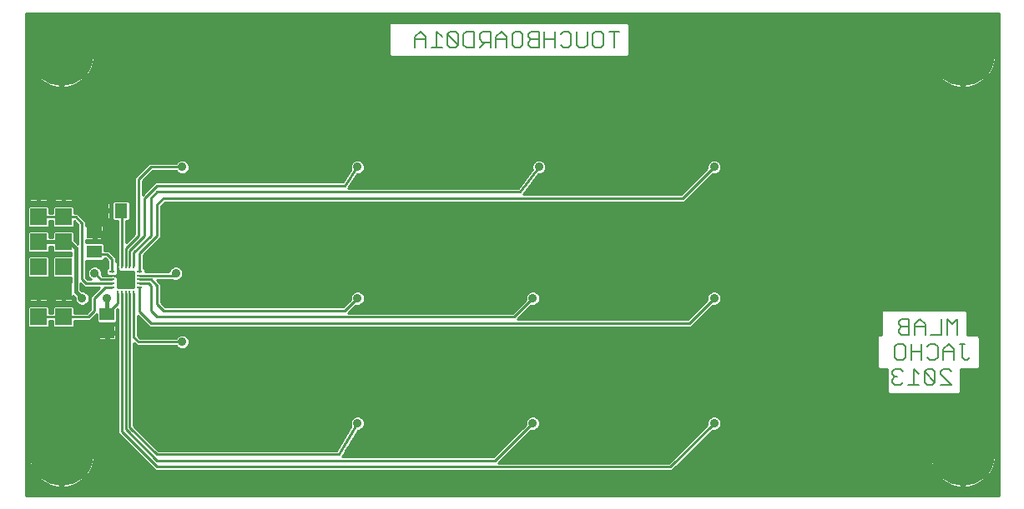
<source format=gbr>
G75*
G70*
%OFA0B0*%
%FSLAX24Y24*%
%IPPOS*%
%LPD*%
%AMOC8*
5,1,8,0,0,1.08239X$1,22.5*
%
%ADD10C,0.0060*%
%ADD11R,0.0079X0.0236*%
%ADD12R,0.0236X0.0079*%
%ADD13R,0.0591X0.0512*%
%ADD14R,0.0512X0.0591*%
%ADD15R,0.0650X0.0650*%
%ADD16C,0.2540*%
%ADD17C,0.0100*%
%ADD18C,0.0357*%
%ADD19C,0.0160*%
D10*
X035009Y005037D02*
X035116Y004930D01*
X035330Y004930D01*
X035436Y005037D01*
X035654Y004930D02*
X036081Y004930D01*
X035867Y004930D02*
X035867Y005571D01*
X036081Y005357D01*
X036298Y005464D02*
X036725Y005037D01*
X036619Y004930D01*
X036405Y004930D01*
X036298Y005037D01*
X036298Y005464D01*
X036405Y005571D01*
X036619Y005571D01*
X036725Y005464D01*
X036725Y005037D01*
X036943Y004930D02*
X037370Y004930D01*
X036943Y005357D01*
X036943Y005464D01*
X037050Y005571D01*
X037263Y005571D01*
X037370Y005464D01*
X037475Y005930D02*
X037475Y006357D01*
X037262Y006571D01*
X037048Y006357D01*
X037048Y005930D01*
X036831Y006037D02*
X036724Y005930D01*
X036511Y005930D01*
X036404Y006037D01*
X036186Y005930D02*
X036186Y006571D01*
X036404Y006464D02*
X036511Y006571D01*
X036724Y006571D01*
X036831Y006464D01*
X036831Y006037D01*
X037048Y006250D02*
X037475Y006250D01*
X037800Y006037D02*
X037800Y006571D01*
X037906Y006571D02*
X037693Y006571D01*
X037620Y006930D02*
X037620Y007571D01*
X037406Y007357D01*
X037193Y007571D01*
X037193Y006930D01*
X036975Y006930D02*
X036548Y006930D01*
X036331Y006930D02*
X036331Y007357D01*
X036117Y007571D01*
X035904Y007357D01*
X035904Y006930D01*
X035686Y006930D02*
X035366Y006930D01*
X035259Y007037D01*
X035259Y007144D01*
X035366Y007250D01*
X035686Y007250D01*
X035904Y007250D02*
X036331Y007250D01*
X035686Y006930D02*
X035686Y007571D01*
X035366Y007571D01*
X035259Y007464D01*
X035259Y007357D01*
X035366Y007250D01*
X035435Y006571D02*
X035222Y006571D01*
X035115Y006464D01*
X035115Y006037D01*
X035222Y005930D01*
X035435Y005930D01*
X035542Y006037D01*
X035542Y006464D01*
X035435Y006571D01*
X035759Y006571D02*
X035759Y005930D01*
X035759Y006250D02*
X036186Y006250D01*
X035436Y005464D02*
X035330Y005571D01*
X035116Y005571D01*
X035009Y005464D01*
X035009Y005357D01*
X035116Y005250D01*
X035009Y005144D01*
X035009Y005037D01*
X035116Y005250D02*
X035223Y005250D01*
X037800Y006037D02*
X037906Y005930D01*
X038013Y005930D01*
X038120Y006037D01*
X036975Y006930D02*
X036975Y007571D01*
X023906Y018430D02*
X023906Y019071D01*
X023693Y019071D02*
X024120Y019071D01*
X023475Y018964D02*
X023475Y018537D01*
X023369Y018430D01*
X023155Y018430D01*
X023048Y018537D01*
X023048Y018964D01*
X023155Y019071D01*
X023369Y019071D01*
X023475Y018964D01*
X022831Y019071D02*
X022831Y018537D01*
X022724Y018430D01*
X022511Y018430D01*
X022404Y018537D01*
X022404Y019071D01*
X022186Y018964D02*
X022186Y018537D01*
X022080Y018430D01*
X021866Y018430D01*
X021759Y018537D01*
X021542Y018430D02*
X021542Y019071D01*
X021759Y018964D02*
X021866Y019071D01*
X022080Y019071D01*
X022186Y018964D01*
X021542Y018750D02*
X021115Y018750D01*
X020897Y018750D02*
X020577Y018750D01*
X020470Y018644D01*
X020470Y018537D01*
X020577Y018430D01*
X020897Y018430D01*
X020897Y019071D01*
X020577Y019071D01*
X020470Y018964D01*
X020470Y018857D01*
X020577Y018750D01*
X020253Y018537D02*
X020146Y018430D01*
X019932Y018430D01*
X019826Y018537D01*
X019826Y018964D01*
X019932Y019071D01*
X020146Y019071D01*
X020253Y018964D01*
X020253Y018537D01*
X019608Y018430D02*
X019608Y018857D01*
X019395Y019071D01*
X019181Y018857D01*
X019181Y018430D01*
X018964Y018430D02*
X018964Y019071D01*
X018643Y019071D01*
X018537Y018964D01*
X018537Y018750D01*
X018643Y018644D01*
X018964Y018644D01*
X018750Y018644D02*
X018537Y018430D01*
X018319Y018430D02*
X017999Y018430D01*
X017892Y018537D01*
X017892Y018964D01*
X017999Y019071D01*
X018319Y019071D01*
X018319Y018430D01*
X017675Y018537D02*
X017568Y018430D01*
X017354Y018430D01*
X017247Y018537D01*
X017247Y018964D01*
X017675Y018537D01*
X017675Y018964D01*
X017568Y019071D01*
X017354Y019071D01*
X017247Y018964D01*
X017030Y018857D02*
X016816Y019071D01*
X016816Y018430D01*
X016603Y018430D02*
X017030Y018430D01*
X016385Y018430D02*
X016385Y018857D01*
X016172Y019071D01*
X015958Y018857D01*
X015958Y018430D01*
X015958Y018750D02*
X016385Y018750D01*
X019181Y018750D02*
X019608Y018750D01*
X021115Y019071D02*
X021115Y018430D01*
D11*
X004715Y009701D03*
X004557Y009701D03*
X004400Y009701D03*
X004243Y009701D03*
X004085Y009701D03*
X004085Y008599D03*
X004243Y008599D03*
X004400Y008599D03*
X004557Y008599D03*
X004715Y008599D03*
D12*
X004951Y008835D03*
X004951Y008993D03*
X004951Y009150D03*
X004951Y009307D03*
X004951Y009465D03*
X003849Y009465D03*
X003849Y009307D03*
X003849Y009150D03*
X003849Y008993D03*
X003849Y008835D03*
D13*
X003650Y007774D03*
X003650Y007026D03*
X003150Y010276D03*
X003150Y011024D03*
D14*
X003476Y011900D03*
X004224Y011900D03*
D15*
X001900Y011650D03*
X000900Y011650D03*
X000900Y010650D03*
X001900Y010650D03*
X001900Y009650D03*
X000900Y009650D03*
X000900Y008650D03*
X001900Y008650D03*
X001900Y007650D03*
X000900Y007650D03*
X000900Y012650D03*
X001900Y012650D03*
D16*
X001835Y018150D03*
X001835Y002150D03*
X037835Y002150D03*
X037835Y018150D03*
D17*
X000400Y019800D02*
X000400Y000500D01*
X039270Y000500D01*
X039270Y019800D01*
X000400Y019800D01*
X000400Y019752D02*
X039270Y019752D01*
X039270Y019653D02*
X000400Y019653D01*
X000400Y019555D02*
X039270Y019555D01*
X039270Y019456D02*
X038035Y019456D01*
X038029Y019457D02*
X037900Y019470D01*
X037885Y019470D01*
X037885Y018200D01*
X037785Y018200D01*
X037785Y018100D01*
X036515Y018100D01*
X036515Y018085D01*
X036528Y017956D01*
X036553Y017829D01*
X036591Y017705D01*
X036640Y017585D01*
X036701Y017471D01*
X036774Y017363D01*
X036856Y017262D01*
X036948Y017171D01*
X037048Y017088D01*
X037156Y017016D01*
X037270Y016955D01*
X037390Y016906D01*
X037514Y016868D01*
X037641Y016843D01*
X037770Y016830D01*
X037785Y016830D01*
X037785Y018100D01*
X037885Y018100D01*
X037885Y016830D01*
X037900Y016830D01*
X038029Y016843D01*
X038156Y016868D01*
X038280Y016906D01*
X038400Y016955D01*
X038514Y017016D01*
X038622Y017088D01*
X038723Y017171D01*
X038814Y017262D01*
X038897Y017363D01*
X038969Y017471D01*
X039030Y017585D01*
X039079Y017705D01*
X039117Y017829D01*
X039142Y017956D01*
X039155Y018085D01*
X039155Y018100D01*
X037885Y018100D01*
X037885Y018200D01*
X039155Y018200D01*
X039155Y018215D01*
X039142Y018344D01*
X039117Y018471D01*
X039270Y018471D01*
X039270Y018373D02*
X039137Y018373D01*
X039149Y018274D02*
X039270Y018274D01*
X039270Y018176D02*
X037885Y018176D01*
X037885Y018274D02*
X037785Y018274D01*
X037785Y018200D02*
X037785Y019470D01*
X037770Y019470D01*
X037641Y019457D01*
X037514Y019432D01*
X037390Y019394D01*
X037270Y019345D01*
X037156Y019284D01*
X037048Y019212D01*
X036948Y019129D01*
X036856Y019038D01*
X036774Y018937D01*
X036701Y018829D01*
X036640Y018715D01*
X036591Y018595D01*
X036553Y018471D01*
X024493Y018471D01*
X024493Y018373D02*
X036533Y018373D01*
X036528Y018344D02*
X036515Y018215D01*
X036515Y018200D01*
X037785Y018200D01*
X037785Y018176D02*
X024493Y018176D01*
X024493Y018158D02*
X024493Y019342D01*
X024491Y019359D01*
X024485Y019376D01*
X024477Y019391D01*
X024467Y019405D01*
X024455Y019417D01*
X024441Y019427D01*
X024426Y019435D01*
X024409Y019441D01*
X024392Y019443D01*
X015014Y019443D01*
X014997Y019441D01*
X014980Y019435D01*
X014965Y019427D01*
X014951Y019417D01*
X014939Y019405D01*
X014928Y019391D01*
X014920Y019376D01*
X014915Y019359D01*
X014912Y019342D01*
X014912Y018158D01*
X014915Y018141D01*
X014920Y018124D01*
X014928Y018109D01*
X014939Y018095D01*
X014951Y018083D01*
X014965Y018073D01*
X014980Y018065D01*
X014997Y018059D01*
X015014Y018057D01*
X024392Y018057D01*
X024409Y018059D01*
X024426Y018065D01*
X024441Y018073D01*
X024455Y018083D01*
X024467Y018095D01*
X024477Y018109D01*
X024485Y018124D01*
X024491Y018141D01*
X024493Y018158D01*
X024447Y018077D02*
X036516Y018077D01*
X036526Y017979D02*
X003145Y017979D01*
X003142Y017956D02*
X003155Y018085D01*
X003155Y018100D01*
X001885Y018100D01*
X001885Y016830D01*
X001900Y016830D01*
X002029Y016843D01*
X002156Y016868D01*
X002280Y016906D01*
X002400Y016955D01*
X002514Y017016D01*
X002622Y017088D01*
X002723Y017171D01*
X002814Y017262D01*
X002897Y017363D01*
X002969Y017471D01*
X003030Y017585D01*
X003079Y017705D01*
X003117Y017829D01*
X003142Y017956D01*
X003127Y017880D02*
X036543Y017880D01*
X036567Y017782D02*
X003103Y017782D01*
X003070Y017683D02*
X036600Y017683D01*
X036641Y017585D02*
X003030Y017585D01*
X002977Y017486D02*
X036693Y017486D01*
X036757Y017388D02*
X002913Y017388D01*
X002836Y017289D02*
X036834Y017289D01*
X036928Y017191D02*
X002742Y017191D01*
X002627Y017092D02*
X037043Y017092D01*
X037198Y016994D02*
X002472Y016994D01*
X002245Y016895D02*
X037425Y016895D01*
X037785Y016895D02*
X037885Y016895D01*
X037885Y016994D02*
X037785Y016994D01*
X037785Y017092D02*
X037885Y017092D01*
X037885Y017191D02*
X037785Y017191D01*
X037785Y017289D02*
X037885Y017289D01*
X037885Y017388D02*
X037785Y017388D01*
X037785Y017486D02*
X037885Y017486D01*
X037885Y017585D02*
X037785Y017585D01*
X037785Y017683D02*
X037885Y017683D01*
X037885Y017782D02*
X037785Y017782D01*
X037785Y017880D02*
X037885Y017880D01*
X037885Y017979D02*
X037785Y017979D01*
X037785Y018077D02*
X037885Y018077D01*
X037885Y018373D02*
X037785Y018373D01*
X037785Y018471D02*
X037885Y018471D01*
X037885Y018570D02*
X037785Y018570D01*
X037785Y018668D02*
X037885Y018668D01*
X037885Y018767D02*
X037785Y018767D01*
X037785Y018865D02*
X037885Y018865D01*
X037885Y018964D02*
X037785Y018964D01*
X037785Y019062D02*
X037885Y019062D01*
X037885Y019161D02*
X037785Y019161D01*
X037785Y019259D02*
X037885Y019259D01*
X037885Y019358D02*
X037785Y019358D01*
X037785Y019456D02*
X037885Y019456D01*
X038029Y019457D02*
X038156Y019432D01*
X038280Y019394D01*
X038400Y019345D01*
X038514Y019284D01*
X038622Y019212D01*
X038723Y019129D01*
X038814Y019038D01*
X038897Y018937D01*
X038969Y018829D01*
X039030Y018715D01*
X039079Y018595D01*
X039117Y018471D01*
X039087Y018570D02*
X039270Y018570D01*
X039270Y018668D02*
X039049Y018668D01*
X039002Y018767D02*
X039270Y018767D01*
X039270Y018865D02*
X038945Y018865D01*
X038875Y018964D02*
X039270Y018964D01*
X039270Y019062D02*
X038790Y019062D01*
X038684Y019161D02*
X039270Y019161D01*
X039270Y019259D02*
X038551Y019259D01*
X038369Y019358D02*
X039270Y019358D01*
X037635Y019456D02*
X002035Y019456D01*
X002029Y019457D02*
X001900Y019470D01*
X001885Y019470D01*
X001885Y018200D01*
X001785Y018200D01*
X001785Y018100D01*
X000515Y018100D01*
X000515Y018085D01*
X000528Y017956D01*
X000553Y017829D01*
X000591Y017705D01*
X000640Y017585D01*
X000701Y017471D01*
X000774Y017363D01*
X000856Y017262D01*
X000948Y017171D01*
X001048Y017088D01*
X001156Y017016D01*
X001270Y016955D01*
X001390Y016906D01*
X001514Y016868D01*
X001641Y016843D01*
X001770Y016830D01*
X001785Y016830D01*
X001785Y018100D01*
X001885Y018100D01*
X001885Y018200D01*
X003155Y018200D01*
X003155Y018215D01*
X003142Y018344D01*
X003117Y018471D01*
X014912Y018471D01*
X014912Y018373D02*
X003137Y018373D01*
X003149Y018274D02*
X014912Y018274D01*
X014912Y018176D02*
X001885Y018176D01*
X001885Y018274D02*
X001785Y018274D01*
X001785Y018200D02*
X001785Y019470D01*
X001770Y019470D01*
X001641Y019457D01*
X001514Y019432D01*
X001390Y019394D01*
X001270Y019345D01*
X001156Y019284D01*
X001048Y019212D01*
X000948Y019129D01*
X000856Y019038D01*
X000774Y018937D01*
X000701Y018829D01*
X000640Y018715D01*
X000591Y018595D01*
X000553Y018471D01*
X000400Y018471D01*
X000400Y018373D02*
X000533Y018373D01*
X000528Y018344D02*
X000515Y018215D01*
X000515Y018200D01*
X001785Y018200D01*
X001785Y018176D02*
X000400Y018176D01*
X000400Y018274D02*
X000521Y018274D01*
X000528Y018344D02*
X000553Y018471D01*
X000583Y018570D02*
X000400Y018570D01*
X000400Y018668D02*
X000621Y018668D01*
X000668Y018767D02*
X000400Y018767D01*
X000400Y018865D02*
X000725Y018865D01*
X000795Y018964D02*
X000400Y018964D01*
X000400Y019062D02*
X000880Y019062D01*
X000986Y019161D02*
X000400Y019161D01*
X000400Y019259D02*
X001119Y019259D01*
X001301Y019358D02*
X000400Y019358D01*
X000400Y019456D02*
X001635Y019456D01*
X001785Y019456D02*
X001885Y019456D01*
X001885Y019358D02*
X001785Y019358D01*
X001785Y019259D02*
X001885Y019259D01*
X001885Y019161D02*
X001785Y019161D01*
X001785Y019062D02*
X001885Y019062D01*
X001885Y018964D02*
X001785Y018964D01*
X001785Y018865D02*
X001885Y018865D01*
X001885Y018767D02*
X001785Y018767D01*
X001785Y018668D02*
X001885Y018668D01*
X001885Y018570D02*
X001785Y018570D01*
X001785Y018471D02*
X001885Y018471D01*
X001885Y018373D02*
X001785Y018373D01*
X001785Y018077D02*
X001885Y018077D01*
X001885Y017979D02*
X001785Y017979D01*
X001785Y017880D02*
X001885Y017880D01*
X001885Y017782D02*
X001785Y017782D01*
X001785Y017683D02*
X001885Y017683D01*
X001885Y017585D02*
X001785Y017585D01*
X001785Y017486D02*
X001885Y017486D01*
X001885Y017388D02*
X001785Y017388D01*
X001785Y017289D02*
X001885Y017289D01*
X001885Y017191D02*
X001785Y017191D01*
X001785Y017092D02*
X001885Y017092D01*
X001885Y016994D02*
X001785Y016994D01*
X001785Y016895D02*
X001885Y016895D01*
X001425Y016895D02*
X000400Y016895D01*
X000400Y016797D02*
X039270Y016797D01*
X039270Y016895D02*
X038245Y016895D01*
X038472Y016994D02*
X039270Y016994D01*
X039270Y017092D02*
X038627Y017092D01*
X038742Y017191D02*
X039270Y017191D01*
X039270Y017289D02*
X038836Y017289D01*
X038913Y017388D02*
X039270Y017388D01*
X039270Y017486D02*
X038977Y017486D01*
X039030Y017585D02*
X039270Y017585D01*
X039270Y017683D02*
X039070Y017683D01*
X039103Y017782D02*
X039270Y017782D01*
X039270Y017880D02*
X039127Y017880D01*
X039145Y017979D02*
X039270Y017979D01*
X039270Y018077D02*
X039154Y018077D01*
X037119Y019259D02*
X024493Y019259D01*
X024493Y019161D02*
X036986Y019161D01*
X036880Y019062D02*
X024493Y019062D01*
X024493Y018964D02*
X036795Y018964D01*
X036725Y018865D02*
X024493Y018865D01*
X024493Y018767D02*
X036668Y018767D01*
X036621Y018668D02*
X024493Y018668D01*
X024493Y018570D02*
X036583Y018570D01*
X036553Y018471D02*
X036528Y018344D01*
X036521Y018274D02*
X024493Y018274D01*
X024491Y019358D02*
X037301Y019358D01*
X039270Y016698D02*
X000400Y016698D01*
X000400Y016600D02*
X039270Y016600D01*
X039270Y016501D02*
X000400Y016501D01*
X000400Y016403D02*
X039270Y016403D01*
X039270Y016304D02*
X000400Y016304D01*
X000400Y016206D02*
X039270Y016206D01*
X039270Y016107D02*
X000400Y016107D01*
X000400Y016009D02*
X039270Y016009D01*
X039270Y015910D02*
X000400Y015910D01*
X000400Y015812D02*
X039270Y015812D01*
X039270Y015713D02*
X000400Y015713D01*
X000400Y015615D02*
X039270Y015615D01*
X039270Y015516D02*
X000400Y015516D01*
X000400Y015418D02*
X039270Y015418D01*
X039270Y015319D02*
X000400Y015319D01*
X000400Y015221D02*
X039270Y015221D01*
X039270Y015122D02*
X000400Y015122D01*
X000400Y015024D02*
X039270Y015024D01*
X039270Y014925D02*
X000400Y014925D01*
X000400Y014827D02*
X039270Y014827D01*
X039270Y014728D02*
X000400Y014728D01*
X000400Y014630D02*
X039270Y014630D01*
X039270Y014531D02*
X000400Y014531D01*
X000400Y014433D02*
X039270Y014433D01*
X039270Y014334D02*
X000400Y014334D01*
X000400Y014236D02*
X039270Y014236D01*
X039270Y014137D02*
X000400Y014137D01*
X000400Y014039D02*
X039270Y014039D01*
X039270Y013940D02*
X000400Y013940D01*
X000400Y013842D02*
X006434Y013842D01*
X006405Y013813D02*
X006404Y013810D01*
X005334Y013810D01*
X005240Y013716D01*
X004740Y013216D01*
X004740Y010966D01*
X004403Y010629D01*
X004403Y011305D01*
X004405Y011308D01*
X004403Y011371D01*
X004403Y011435D01*
X004400Y011437D01*
X004398Y011495D01*
X004525Y011495D01*
X004590Y011559D01*
X004590Y012241D01*
X004525Y012305D01*
X003923Y012305D01*
X003858Y012241D01*
X003858Y011559D01*
X003923Y011495D01*
X004078Y011495D01*
X004083Y011366D01*
X004083Y009869D01*
X004036Y009869D01*
X004017Y009862D01*
X004009Y009853D01*
X004009Y010017D01*
X003810Y010216D01*
X003716Y010310D01*
X003555Y010310D01*
X003555Y010577D01*
X003491Y010642D01*
X002810Y010642D01*
X002810Y010745D01*
X002812Y010740D01*
X002826Y010726D01*
X002845Y010718D01*
X003100Y010718D01*
X003100Y010974D01*
X003200Y010974D01*
X003200Y010718D01*
X003455Y010718D01*
X003474Y010726D01*
X003488Y010740D01*
X003495Y010758D01*
X003495Y010974D01*
X003200Y010974D01*
X003200Y011074D01*
X003495Y011074D01*
X003495Y011290D01*
X003488Y011308D01*
X003474Y011322D01*
X003455Y011330D01*
X003200Y011330D01*
X003200Y011074D01*
X003100Y011074D01*
X003100Y011330D01*
X002845Y011330D01*
X002826Y011322D01*
X002812Y011308D01*
X002810Y011303D01*
X002810Y011466D01*
X002466Y011810D01*
X002335Y011810D01*
X002335Y012021D01*
X002271Y012085D01*
X001529Y012085D01*
X001465Y012021D01*
X001465Y011810D01*
X001335Y011810D01*
X001335Y012021D01*
X001271Y012085D01*
X000529Y012085D01*
X000465Y012021D01*
X000465Y011279D01*
X000529Y011215D01*
X001271Y011215D01*
X001335Y011279D01*
X001335Y011490D01*
X001465Y011490D01*
X001465Y011279D01*
X001529Y011215D01*
X002271Y011215D01*
X002335Y011279D01*
X002335Y011489D01*
X002490Y011334D01*
X002490Y010579D01*
X002335Y010734D01*
X002335Y011021D01*
X002271Y011085D01*
X001529Y011085D01*
X001465Y011021D01*
X001465Y010840D01*
X001335Y010840D01*
X001335Y011021D01*
X001271Y011085D01*
X000529Y011085D01*
X000465Y011021D01*
X000465Y010279D01*
X000529Y010215D01*
X001271Y010215D01*
X001335Y010279D01*
X001335Y010460D01*
X001465Y010460D01*
X001465Y010279D01*
X001529Y010215D01*
X002210Y010215D01*
X002210Y010085D01*
X001529Y010085D01*
X001465Y010021D01*
X001465Y009279D01*
X001529Y009215D01*
X002210Y009215D01*
X002210Y009025D01*
X001938Y009025D01*
X001938Y008688D01*
X001862Y008688D01*
X001862Y009025D01*
X001565Y009025D01*
X001547Y009017D01*
X001533Y009003D01*
X001525Y008985D01*
X001525Y008688D01*
X001862Y008688D01*
X001862Y008612D01*
X001938Y008612D01*
X001938Y008275D01*
X002235Y008275D01*
X002253Y008283D01*
X002267Y008297D01*
X002275Y008315D01*
X002275Y008506D01*
X002362Y008420D01*
X002362Y008343D01*
X002405Y008237D01*
X002487Y008155D01*
X002593Y008112D01*
X002707Y008112D01*
X002813Y008155D01*
X002895Y008237D01*
X002938Y008343D01*
X002938Y008457D01*
X002895Y008563D01*
X002813Y008645D01*
X002707Y008688D01*
X002630Y008688D01*
X002590Y008729D01*
X002590Y008984D01*
X002741Y008833D01*
X003356Y008833D01*
X002990Y008466D01*
X002990Y007966D01*
X002834Y007810D01*
X002335Y007810D01*
X002335Y008021D01*
X002271Y008085D01*
X001529Y008085D01*
X001465Y008021D01*
X001465Y007810D01*
X001335Y007810D01*
X001335Y008021D01*
X001271Y008085D01*
X000529Y008085D01*
X000465Y008021D01*
X000465Y007279D01*
X000529Y007215D01*
X001271Y007215D01*
X001335Y007279D01*
X001335Y007490D01*
X001465Y007490D01*
X001465Y007279D01*
X001529Y007215D01*
X002271Y007215D01*
X002335Y007279D01*
X002335Y007490D01*
X002966Y007490D01*
X003245Y007768D01*
X003245Y007473D01*
X003309Y007408D01*
X003991Y007408D01*
X004055Y007473D01*
X004055Y007953D01*
X004083Y007980D01*
X004083Y002991D01*
X005584Y001490D01*
X026216Y001490D01*
X027839Y003113D01*
X027843Y003112D01*
X027957Y003112D01*
X028063Y003155D01*
X028145Y003237D01*
X028188Y003343D01*
X028188Y003457D01*
X028145Y003563D01*
X028063Y003645D01*
X027957Y003688D01*
X027843Y003688D01*
X027737Y003645D01*
X027655Y003563D01*
X027612Y003457D01*
X027612Y003343D01*
X027613Y003339D01*
X026084Y001810D01*
X019286Y001810D01*
X020589Y003113D01*
X020593Y003112D01*
X020707Y003112D01*
X020813Y003155D01*
X020895Y003237D01*
X020938Y003343D01*
X020938Y003457D01*
X020895Y003563D01*
X020813Y003645D01*
X020707Y003688D01*
X020593Y003688D01*
X020487Y003645D01*
X020405Y003563D01*
X020362Y003457D01*
X020362Y003343D01*
X020363Y003339D01*
X019084Y002060D01*
X013036Y002060D01*
X013060Y002084D01*
X013060Y002106D01*
X013664Y003112D01*
X013707Y003112D01*
X013813Y003155D01*
X013895Y003237D01*
X013938Y003343D01*
X013938Y003457D01*
X013895Y003563D01*
X013813Y003645D01*
X013707Y003688D01*
X013593Y003688D01*
X013487Y003645D01*
X013405Y003563D01*
X013362Y003457D01*
X013362Y003343D01*
X013389Y003276D01*
X012809Y002310D01*
X005716Y002310D01*
X004717Y003309D01*
X004717Y006606D01*
X004740Y006584D01*
X004834Y006490D01*
X006404Y006490D01*
X006405Y006487D01*
X006487Y006405D01*
X006593Y006362D01*
X006707Y006362D01*
X006813Y006405D01*
X006895Y006487D01*
X006938Y006593D01*
X006938Y006707D01*
X006895Y006813D01*
X006813Y006895D01*
X006707Y006938D01*
X006593Y006938D01*
X006487Y006895D01*
X006405Y006813D01*
X006404Y006810D01*
X004966Y006810D01*
X004875Y006901D01*
X004875Y007699D01*
X005334Y007240D01*
X026966Y007240D01*
X027839Y008113D01*
X027843Y008112D01*
X027957Y008112D01*
X028063Y008155D01*
X028145Y008237D01*
X028188Y008343D01*
X028188Y008457D01*
X028145Y008563D01*
X028063Y008645D01*
X027957Y008688D01*
X027843Y008688D01*
X027737Y008645D01*
X027655Y008563D01*
X027612Y008457D01*
X027612Y008343D01*
X027613Y008339D01*
X026834Y007560D01*
X020036Y007560D01*
X020589Y008113D01*
X020593Y008112D01*
X020707Y008112D01*
X020813Y008155D01*
X020895Y008237D01*
X020938Y008343D01*
X020938Y008457D01*
X020895Y008563D01*
X020813Y008645D01*
X020707Y008688D01*
X020593Y008688D01*
X020487Y008645D01*
X020405Y008563D01*
X020362Y008457D01*
X020362Y008343D01*
X020363Y008339D01*
X019834Y007810D01*
X013286Y007810D01*
X013589Y008113D01*
X013593Y008112D01*
X013707Y008112D01*
X013813Y008155D01*
X013895Y008237D01*
X013938Y008343D01*
X013938Y008457D01*
X013895Y008563D01*
X013813Y008645D01*
X013707Y008688D01*
X013593Y008688D01*
X013487Y008645D01*
X013405Y008563D01*
X013362Y008457D01*
X013362Y008343D01*
X013363Y008339D01*
X013084Y008060D01*
X005966Y008060D01*
X005810Y008216D01*
X005810Y008966D01*
X005716Y009060D01*
X005629Y009147D01*
X006256Y009147D01*
X006343Y009112D01*
X006457Y009112D01*
X006563Y009155D01*
X006645Y009237D01*
X006688Y009343D01*
X006688Y009457D01*
X006645Y009563D01*
X006563Y009645D01*
X006457Y009688D01*
X006343Y009688D01*
X006237Y009645D01*
X006155Y009563D01*
X006116Y009467D01*
X005179Y009467D01*
X005179Y009550D01*
X005115Y009614D01*
X005111Y009614D01*
X005111Y010135D01*
X005716Y010740D01*
X005810Y010834D01*
X005810Y012084D01*
X005966Y012240D01*
X026716Y012240D01*
X027839Y013363D01*
X027843Y013362D01*
X027957Y013362D01*
X028063Y013405D01*
X028145Y013487D01*
X028188Y013593D01*
X028188Y013707D01*
X028145Y013813D01*
X028063Y013895D01*
X027957Y013938D01*
X027843Y013938D01*
X027737Y013895D01*
X027655Y013813D01*
X027612Y013707D01*
X027612Y013593D01*
X027613Y013589D01*
X026584Y012560D01*
X020286Y012560D01*
X020310Y012584D01*
X020310Y012597D01*
X020884Y013362D01*
X020957Y013362D01*
X021063Y013405D01*
X021145Y013487D01*
X021188Y013593D01*
X021188Y013707D01*
X021145Y013813D01*
X021063Y013895D01*
X020957Y013938D01*
X020843Y013938D01*
X020737Y013895D01*
X020655Y013813D01*
X020612Y013707D01*
X020612Y013593D01*
X020628Y013554D01*
X020070Y012810D01*
X013286Y012810D01*
X013310Y012834D01*
X013310Y012852D01*
X013650Y013362D01*
X013707Y013362D01*
X013813Y013405D01*
X013895Y013487D01*
X013938Y013593D01*
X013938Y013707D01*
X013895Y013813D01*
X013813Y013895D01*
X013707Y013938D01*
X013593Y013938D01*
X013487Y013895D01*
X013405Y013813D01*
X013362Y013707D01*
X013362Y013593D01*
X013384Y013539D01*
X013064Y013060D01*
X005584Y013060D01*
X005490Y012966D01*
X005060Y012536D01*
X005060Y013084D01*
X005466Y013490D01*
X006404Y013490D01*
X006405Y013487D01*
X006487Y013405D01*
X006593Y013362D01*
X006707Y013362D01*
X006813Y013405D01*
X006895Y013487D01*
X006938Y013593D01*
X006938Y013707D01*
X006895Y013813D01*
X006813Y013895D01*
X006707Y013938D01*
X006593Y013938D01*
X006487Y013895D01*
X006405Y013813D01*
X006650Y013650D02*
X005400Y013650D01*
X004900Y013150D01*
X004900Y010900D01*
X004400Y010400D01*
X004400Y009701D01*
X004557Y009701D02*
X004557Y010307D01*
X005150Y010900D01*
X005150Y012400D01*
X005650Y012900D01*
X013150Y012900D01*
X013650Y013650D01*
X013855Y013448D02*
X020548Y013448D01*
X020622Y013546D02*
X013919Y013546D01*
X013938Y013645D02*
X020612Y013645D01*
X020626Y013743D02*
X013924Y013743D01*
X013866Y013842D02*
X020684Y013842D01*
X020900Y013650D02*
X020150Y012650D01*
X005650Y012650D01*
X005400Y012400D01*
X005400Y010900D01*
X004715Y010215D01*
X004715Y009701D01*
X004723Y009473D02*
X004158Y009473D01*
X004098Y009533D01*
X004085Y009533D01*
X004085Y009632D01*
X004085Y009533D01*
X004077Y009533D01*
X004077Y009380D01*
X004017Y009320D01*
X004017Y009307D01*
X003918Y009307D01*
X003918Y009307D01*
X004017Y009307D01*
X004017Y009295D01*
X004077Y009235D01*
X004077Y009077D01*
X004077Y008827D01*
X004723Y008827D01*
X004723Y009473D01*
X004723Y009409D02*
X004077Y009409D01*
X004077Y009508D02*
X004123Y009508D01*
X004085Y009606D02*
X004085Y009606D01*
X004085Y009632D02*
X004085Y009632D01*
X004085Y009701D02*
X004085Y010215D01*
X003900Y010400D01*
X004083Y010394D02*
X003555Y010394D01*
X003555Y010493D02*
X004083Y010493D01*
X004083Y010591D02*
X003542Y010591D01*
X003495Y010788D02*
X004083Y010788D01*
X004083Y010690D02*
X002810Y010690D01*
X003100Y010788D02*
X003200Y010788D01*
X003200Y010887D02*
X003100Y010887D01*
X003200Y010985D02*
X004083Y010985D01*
X004083Y010887D02*
X003495Y010887D01*
X003495Y011084D02*
X004083Y011084D01*
X004083Y011182D02*
X003495Y011182D01*
X003495Y011281D02*
X004083Y011281D01*
X004082Y011379D02*
X002810Y011379D01*
X002799Y011478D02*
X004079Y011478D01*
X004243Y011369D02*
X004224Y011900D01*
X003858Y011872D02*
X003526Y011872D01*
X003526Y011850D02*
X003526Y011950D01*
X003782Y011950D01*
X003782Y012205D01*
X003774Y012224D01*
X003760Y012238D01*
X003742Y012245D01*
X003526Y012245D01*
X003526Y011950D01*
X003426Y011950D01*
X003426Y012245D01*
X003210Y012245D01*
X003192Y012238D01*
X003178Y012224D01*
X003170Y012205D01*
X003170Y011950D01*
X003426Y011950D01*
X003426Y011850D01*
X003526Y011850D01*
X003782Y011850D01*
X003782Y011595D01*
X003774Y011576D01*
X003858Y011576D01*
X003774Y011576D02*
X003760Y011562D01*
X003742Y011555D01*
X003526Y011555D01*
X003526Y011850D01*
X003526Y011773D02*
X003426Y011773D01*
X003426Y011850D02*
X003426Y011555D01*
X003210Y011555D01*
X003192Y011562D01*
X003178Y011576D01*
X002700Y011576D01*
X002602Y011675D02*
X003170Y011675D01*
X003170Y011595D02*
X003178Y011576D01*
X003170Y011595D02*
X003170Y011850D01*
X003426Y011850D01*
X003426Y011872D02*
X002335Y011872D01*
X002335Y011970D02*
X003170Y011970D01*
X003170Y012069D02*
X002287Y012069D01*
X002235Y012275D02*
X001938Y012275D01*
X001938Y012612D01*
X001938Y012688D01*
X001862Y012688D01*
X001862Y013025D01*
X001565Y013025D01*
X001547Y013017D01*
X001533Y013003D01*
X001525Y012985D01*
X001525Y012688D01*
X001862Y012688D01*
X001862Y012612D01*
X001938Y012612D01*
X002275Y012612D01*
X002275Y012315D01*
X002267Y012297D01*
X002253Y012283D01*
X002235Y012275D01*
X002275Y012364D02*
X004740Y012364D01*
X004740Y012266D02*
X004565Y012266D01*
X004590Y012167D02*
X004740Y012167D01*
X004740Y012069D02*
X004590Y012069D01*
X004590Y011970D02*
X004740Y011970D01*
X004740Y011872D02*
X004590Y011872D01*
X004590Y011773D02*
X004740Y011773D01*
X004740Y011675D02*
X004590Y011675D01*
X004590Y011576D02*
X004740Y011576D01*
X004740Y011478D02*
X004399Y011478D01*
X004403Y011379D02*
X004740Y011379D01*
X004740Y011281D02*
X004403Y011281D01*
X004403Y011182D02*
X004740Y011182D01*
X004740Y011084D02*
X004403Y011084D01*
X004403Y010985D02*
X004740Y010985D01*
X004660Y010887D02*
X004403Y010887D01*
X004403Y010788D02*
X004562Y010788D01*
X004463Y010690D02*
X004403Y010690D01*
X004083Y010296D02*
X003731Y010296D01*
X003829Y010197D02*
X004083Y010197D01*
X004083Y010099D02*
X003928Y010099D01*
X004009Y010000D02*
X004083Y010000D01*
X004083Y009902D02*
X004009Y009902D01*
X003849Y009951D02*
X003650Y010150D01*
X003274Y010150D01*
X003150Y010276D01*
X003555Y009990D02*
X003584Y009990D01*
X003689Y009885D01*
X003689Y009614D01*
X003685Y009614D01*
X003621Y009550D01*
X003621Y009380D01*
X003681Y009320D01*
X003681Y009310D01*
X003466Y009310D01*
X003437Y009339D01*
X003438Y009343D01*
X003438Y009457D01*
X003395Y009563D01*
X003313Y009645D01*
X003207Y009688D01*
X003093Y009688D01*
X002987Y009645D01*
X002905Y009563D01*
X002862Y009457D01*
X002862Y009343D01*
X002905Y009237D01*
X002987Y009155D01*
X002994Y009153D01*
X002874Y009153D01*
X002810Y009216D01*
X002810Y009910D01*
X003491Y009910D01*
X003555Y009975D01*
X003555Y009990D01*
X003672Y009902D02*
X002810Y009902D01*
X002810Y009803D02*
X003689Y009803D01*
X003689Y009705D02*
X002810Y009705D01*
X002810Y009606D02*
X002948Y009606D01*
X002882Y009508D02*
X002810Y009508D01*
X002810Y009409D02*
X002862Y009409D01*
X002875Y009311D02*
X002810Y009311D01*
X002814Y009212D02*
X002930Y009212D01*
X002807Y008993D02*
X002650Y009150D01*
X002650Y011400D01*
X002400Y011650D01*
X001900Y011650D01*
X000900Y011650D01*
X000465Y011675D02*
X000400Y011675D01*
X000400Y011773D02*
X000465Y011773D01*
X000465Y011872D02*
X000400Y011872D01*
X000400Y011970D02*
X000465Y011970D01*
X000513Y012069D02*
X000400Y012069D01*
X000400Y012167D02*
X003170Y012167D01*
X003426Y012167D02*
X003526Y012167D01*
X003526Y012069D02*
X003426Y012069D01*
X003426Y011970D02*
X003526Y011970D01*
X003782Y011970D02*
X003858Y011970D01*
X003858Y012069D02*
X003782Y012069D01*
X003782Y012167D02*
X003858Y012167D01*
X003883Y012266D02*
X000400Y012266D01*
X000400Y012364D02*
X000525Y012364D01*
X000525Y012315D02*
X000533Y012297D01*
X000547Y012283D01*
X000565Y012275D01*
X000862Y012275D01*
X000862Y012612D01*
X000938Y012612D01*
X000938Y012688D01*
X000862Y012688D01*
X000862Y013025D01*
X000565Y013025D01*
X000547Y013017D01*
X000533Y013003D01*
X000525Y012985D01*
X000525Y012688D01*
X000862Y012688D01*
X000862Y012612D01*
X000525Y012612D01*
X000525Y012315D01*
X000525Y012463D02*
X000400Y012463D01*
X000400Y012561D02*
X000525Y012561D01*
X000400Y012660D02*
X000862Y012660D01*
X000938Y012660D02*
X001862Y012660D01*
X001862Y012612D02*
X001525Y012612D01*
X001525Y012315D01*
X001533Y012297D01*
X001547Y012283D01*
X001565Y012275D01*
X001862Y012275D01*
X001862Y012612D01*
X001862Y012561D02*
X001938Y012561D01*
X001938Y012463D02*
X001862Y012463D01*
X001862Y012364D02*
X001938Y012364D01*
X002275Y012463D02*
X004740Y012463D01*
X004740Y012561D02*
X002275Y012561D01*
X002275Y012688D02*
X001938Y012688D01*
X001938Y013025D01*
X002235Y013025D01*
X002253Y013017D01*
X002267Y013003D01*
X002275Y012985D01*
X002275Y012688D01*
X002275Y012758D02*
X004740Y012758D01*
X004740Y012660D02*
X001938Y012660D01*
X001938Y012758D02*
X001862Y012758D01*
X001862Y012857D02*
X001938Y012857D01*
X001938Y012955D02*
X001862Y012955D01*
X001525Y012955D02*
X001275Y012955D01*
X001275Y012985D02*
X001267Y013003D01*
X001253Y013017D01*
X001235Y013025D01*
X000938Y013025D01*
X000938Y012688D01*
X001275Y012688D01*
X001275Y012985D01*
X001275Y012857D02*
X001525Y012857D01*
X001525Y012758D02*
X001275Y012758D01*
X001275Y012612D02*
X001275Y012315D01*
X001267Y012297D01*
X001253Y012283D01*
X001235Y012275D01*
X000938Y012275D01*
X000938Y012612D01*
X001275Y012612D01*
X001275Y012561D02*
X001525Y012561D01*
X001525Y012463D02*
X001275Y012463D01*
X001275Y012364D02*
X001525Y012364D01*
X001513Y012069D02*
X001287Y012069D01*
X001335Y011970D02*
X001465Y011970D01*
X001465Y011872D02*
X001335Y011872D01*
X001335Y011478D02*
X001465Y011478D01*
X001465Y011379D02*
X001335Y011379D01*
X001335Y011281D02*
X001465Y011281D01*
X001528Y011084D02*
X001272Y011084D01*
X001335Y010985D02*
X001465Y010985D01*
X001465Y010887D02*
X001335Y010887D01*
X001335Y010394D02*
X001465Y010394D01*
X001465Y010296D02*
X001335Y010296D01*
X001271Y010085D02*
X000529Y010085D01*
X000465Y010021D01*
X000465Y009279D01*
X000529Y009215D01*
X001271Y009215D01*
X001335Y009279D01*
X001335Y010021D01*
X001271Y010085D01*
X001335Y010000D02*
X001465Y010000D01*
X001465Y009902D02*
X001335Y009902D01*
X001335Y009803D02*
X001465Y009803D01*
X001465Y009705D02*
X001335Y009705D01*
X001335Y009606D02*
X001465Y009606D01*
X001465Y009508D02*
X001335Y009508D01*
X001335Y009409D02*
X001465Y009409D01*
X001465Y009311D02*
X001335Y009311D01*
X001235Y009025D02*
X000938Y009025D01*
X000938Y008688D01*
X000862Y008688D01*
X000862Y009025D01*
X000565Y009025D01*
X000547Y009017D01*
X000533Y009003D01*
X000525Y008985D01*
X000525Y008688D01*
X000862Y008688D01*
X000862Y008612D01*
X000938Y008612D01*
X000938Y008688D01*
X001275Y008688D01*
X001275Y008985D01*
X001267Y009003D01*
X001253Y009017D01*
X001235Y009025D01*
X001256Y009015D02*
X001544Y009015D01*
X001525Y008917D02*
X001275Y008917D01*
X001275Y008818D02*
X001525Y008818D01*
X001525Y008720D02*
X001275Y008720D01*
X001275Y008612D02*
X001275Y008315D01*
X001267Y008297D01*
X001253Y008283D01*
X001235Y008275D01*
X000938Y008275D01*
X000938Y008612D01*
X001275Y008612D01*
X001275Y008523D02*
X001525Y008523D01*
X001525Y008612D02*
X001525Y008315D01*
X001533Y008297D01*
X001547Y008283D01*
X001565Y008275D01*
X001862Y008275D01*
X001862Y008612D01*
X001525Y008612D01*
X001525Y008424D02*
X001275Y008424D01*
X001275Y008326D02*
X001525Y008326D01*
X001862Y008326D02*
X001938Y008326D01*
X001938Y008424D02*
X001862Y008424D01*
X001862Y008523D02*
X001938Y008523D01*
X001862Y008621D02*
X000938Y008621D01*
X000862Y008621D02*
X000400Y008621D01*
X000400Y008523D02*
X000525Y008523D01*
X000525Y008612D02*
X000525Y008315D01*
X000533Y008297D01*
X000547Y008283D01*
X000565Y008275D01*
X000862Y008275D01*
X000862Y008612D01*
X000525Y008612D01*
X000525Y008720D02*
X000400Y008720D01*
X000400Y008818D02*
X000525Y008818D01*
X000525Y008917D02*
X000400Y008917D01*
X000400Y009015D02*
X000544Y009015D01*
X000400Y009114D02*
X002210Y009114D01*
X002210Y009212D02*
X000400Y009212D01*
X000400Y009311D02*
X000465Y009311D01*
X000465Y009409D02*
X000400Y009409D01*
X000400Y009508D02*
X000465Y009508D01*
X000465Y009606D02*
X000400Y009606D01*
X000400Y009705D02*
X000465Y009705D01*
X000465Y009803D02*
X000400Y009803D01*
X000400Y009902D02*
X000465Y009902D01*
X000465Y010000D02*
X000400Y010000D01*
X000400Y010099D02*
X002210Y010099D01*
X002210Y010197D02*
X000400Y010197D01*
X000400Y010296D02*
X000465Y010296D01*
X000465Y010394D02*
X000400Y010394D01*
X000400Y010493D02*
X000465Y010493D01*
X000465Y010591D02*
X000400Y010591D01*
X000400Y010690D02*
X000465Y010690D01*
X000465Y010788D02*
X000400Y010788D01*
X000400Y010887D02*
X000465Y010887D01*
X000465Y010985D02*
X000400Y010985D01*
X000400Y011084D02*
X000528Y011084D01*
X000400Y011182D02*
X002490Y011182D01*
X002490Y011084D02*
X002272Y011084D01*
X002335Y010985D02*
X002490Y010985D01*
X002490Y010887D02*
X002335Y010887D01*
X002335Y010788D02*
X002490Y010788D01*
X002490Y010690D02*
X002379Y010690D01*
X002478Y010591D02*
X002490Y010591D01*
X003100Y011084D02*
X003200Y011084D01*
X003200Y011182D02*
X003100Y011182D01*
X003100Y011281D02*
X003200Y011281D01*
X003426Y011576D02*
X003526Y011576D01*
X003526Y011675D02*
X003426Y011675D01*
X003170Y011773D02*
X002503Y011773D01*
X002346Y011478D02*
X002335Y011478D01*
X002335Y011379D02*
X002445Y011379D01*
X002490Y011281D02*
X002335Y011281D01*
X003782Y011675D02*
X003858Y011675D01*
X003858Y011773D02*
X003782Y011773D01*
X004243Y011369D02*
X004243Y009701D01*
X003849Y009465D02*
X003849Y009951D01*
X003525Y009775D02*
X003525Y009400D01*
X003618Y009307D01*
X003849Y009307D01*
X003918Y009307D02*
X003918Y009307D01*
X004017Y009311D02*
X004723Y009311D01*
X004723Y009212D02*
X004077Y009212D01*
X004077Y009114D02*
X004723Y009114D01*
X004723Y009015D02*
X004077Y009015D01*
X004077Y008917D02*
X004723Y008917D01*
X004951Y008993D02*
X005307Y008993D01*
X005400Y008900D01*
X005400Y007900D01*
X005650Y007650D01*
X019900Y007650D01*
X020650Y008400D01*
X020748Y008129D02*
X027402Y008129D01*
X027501Y008227D02*
X020885Y008227D01*
X020931Y008326D02*
X027599Y008326D01*
X027612Y008424D02*
X020938Y008424D01*
X020911Y008523D02*
X027639Y008523D01*
X027713Y008621D02*
X020837Y008621D01*
X020463Y008621D02*
X013837Y008621D01*
X013911Y008523D02*
X020389Y008523D01*
X020362Y008424D02*
X013938Y008424D01*
X013931Y008326D02*
X020349Y008326D01*
X020251Y008227D02*
X013885Y008227D01*
X013748Y008129D02*
X020152Y008129D01*
X020054Y008030D02*
X013506Y008030D01*
X013408Y007932D02*
X019955Y007932D01*
X019857Y007833D02*
X013309Y007833D01*
X013150Y007900D02*
X013650Y008400D01*
X013389Y008523D02*
X005810Y008523D01*
X005810Y008621D02*
X013463Y008621D01*
X013362Y008424D02*
X005810Y008424D01*
X005810Y008326D02*
X013349Y008326D01*
X013251Y008227D02*
X005810Y008227D01*
X005898Y008129D02*
X013152Y008129D01*
X013150Y007900D02*
X005900Y007900D01*
X005650Y008150D01*
X005650Y008900D01*
X005400Y009150D01*
X004951Y009150D01*
X004951Y009307D02*
X006400Y009307D01*
X006400Y009400D01*
X006602Y009606D02*
X039270Y009606D01*
X039270Y009508D02*
X006668Y009508D01*
X006688Y009409D02*
X039270Y009409D01*
X039270Y009311D02*
X006675Y009311D01*
X006620Y009212D02*
X039270Y009212D01*
X039270Y009114D02*
X006462Y009114D01*
X006338Y009114D02*
X005663Y009114D01*
X005761Y009015D02*
X039270Y009015D01*
X039270Y008917D02*
X005810Y008917D01*
X005810Y008818D02*
X039270Y008818D01*
X039270Y008720D02*
X005810Y008720D01*
X004951Y008835D02*
X004951Y007849D01*
X005400Y007400D01*
X026900Y007400D01*
X027900Y008400D01*
X027998Y008129D02*
X039270Y008129D01*
X039270Y008227D02*
X028135Y008227D01*
X028181Y008326D02*
X039270Y008326D01*
X039270Y008424D02*
X028188Y008424D01*
X028161Y008523D02*
X039270Y008523D01*
X039270Y008621D02*
X028087Y008621D01*
X027756Y008030D02*
X039270Y008030D01*
X039270Y007932D02*
X037933Y007932D01*
X037926Y007935D02*
X037909Y007941D01*
X037892Y007943D01*
X034681Y007943D01*
X034664Y007941D01*
X034647Y007935D01*
X034632Y007927D01*
X034618Y007917D01*
X034606Y007905D01*
X034596Y007891D01*
X034588Y007876D01*
X034582Y007859D01*
X034580Y007842D01*
X034580Y006943D01*
X034510Y006943D01*
X034493Y006941D01*
X034476Y006935D01*
X034461Y006927D01*
X034447Y006917D01*
X034435Y006905D01*
X034424Y006891D01*
X034417Y006876D01*
X034411Y006859D01*
X034409Y006842D01*
X034409Y005658D01*
X034411Y005641D01*
X034417Y005624D01*
X034424Y005609D01*
X034435Y005595D01*
X034447Y005583D01*
X034461Y005573D01*
X034476Y005565D01*
X034493Y005559D01*
X034510Y005557D01*
X034822Y005557D01*
X034822Y004658D01*
X034824Y004641D01*
X034830Y004624D01*
X034838Y004609D01*
X034848Y004595D01*
X034860Y004583D01*
X034874Y004573D01*
X034889Y004565D01*
X034906Y004559D01*
X034923Y004557D01*
X037642Y004557D01*
X037659Y004559D01*
X037676Y004565D01*
X037691Y004573D01*
X037705Y004583D01*
X037717Y004595D01*
X037727Y004609D01*
X037735Y004624D01*
X037741Y004641D01*
X037743Y004658D01*
X037743Y005557D01*
X038392Y005557D01*
X038409Y005559D01*
X038426Y005565D01*
X038441Y005573D01*
X038455Y005583D01*
X038467Y005595D01*
X038477Y005609D01*
X038485Y005624D01*
X038491Y005641D01*
X038493Y005658D01*
X038493Y006842D01*
X038491Y006859D01*
X038485Y006876D01*
X038477Y006891D01*
X038467Y006905D01*
X038455Y006917D01*
X038441Y006927D01*
X038426Y006935D01*
X038409Y006941D01*
X038392Y006943D01*
X037993Y006943D01*
X037993Y007842D01*
X037991Y007859D01*
X037985Y007876D01*
X037977Y007891D01*
X037967Y007905D01*
X037955Y007917D01*
X037941Y007927D01*
X037926Y007935D01*
X037993Y007833D02*
X039270Y007833D01*
X039270Y007735D02*
X037993Y007735D01*
X037993Y007636D02*
X039270Y007636D01*
X039270Y007538D02*
X037993Y007538D01*
X037993Y007439D02*
X039270Y007439D01*
X039270Y007341D02*
X037993Y007341D01*
X037993Y007242D02*
X039270Y007242D01*
X039270Y007144D02*
X037993Y007144D01*
X037993Y007045D02*
X039270Y007045D01*
X039270Y006947D02*
X037993Y006947D01*
X038492Y006848D02*
X039270Y006848D01*
X039270Y006750D02*
X038493Y006750D01*
X038493Y006651D02*
X039270Y006651D01*
X039270Y006553D02*
X038493Y006553D01*
X038493Y006454D02*
X039270Y006454D01*
X039270Y006356D02*
X038493Y006356D01*
X038493Y006257D02*
X039270Y006257D01*
X039270Y006159D02*
X038493Y006159D01*
X038493Y006060D02*
X039270Y006060D01*
X039270Y005962D02*
X038493Y005962D01*
X038493Y005863D02*
X039270Y005863D01*
X039270Y005765D02*
X038493Y005765D01*
X038493Y005666D02*
X039270Y005666D01*
X039270Y005568D02*
X038431Y005568D01*
X037743Y005469D02*
X039270Y005469D01*
X039270Y005371D02*
X037743Y005371D01*
X037743Y005272D02*
X039270Y005272D01*
X039270Y005174D02*
X037743Y005174D01*
X037743Y005075D02*
X039270Y005075D01*
X039270Y004977D02*
X037743Y004977D01*
X037743Y004878D02*
X039270Y004878D01*
X039270Y004780D02*
X037743Y004780D01*
X037743Y004681D02*
X039270Y004681D01*
X039270Y004583D02*
X037705Y004583D01*
X039270Y004484D02*
X004717Y004484D01*
X004717Y004386D02*
X039270Y004386D01*
X039270Y004287D02*
X004717Y004287D01*
X004717Y004189D02*
X039270Y004189D01*
X039270Y004090D02*
X004717Y004090D01*
X004717Y003992D02*
X039270Y003992D01*
X039270Y003893D02*
X004717Y003893D01*
X004717Y003795D02*
X039270Y003795D01*
X039270Y003696D02*
X004717Y003696D01*
X004717Y003598D02*
X013440Y003598D01*
X013379Y003499D02*
X004717Y003499D01*
X004717Y003401D02*
X013362Y003401D01*
X013378Y003302D02*
X004724Y003302D01*
X004823Y003204D02*
X013346Y003204D01*
X013286Y003105D02*
X004921Y003105D01*
X005020Y003007D02*
X013227Y003007D01*
X013168Y002908D02*
X005118Y002908D01*
X005217Y002810D02*
X013109Y002810D01*
X013050Y002711D02*
X005315Y002711D01*
X005414Y002613D02*
X012991Y002613D01*
X012932Y002514D02*
X005512Y002514D01*
X005611Y002416D02*
X012873Y002416D01*
X012814Y002317D02*
X005709Y002317D01*
X005650Y002150D02*
X004557Y003243D01*
X004557Y008599D01*
X004400Y008599D02*
X004400Y003150D01*
X005650Y001900D01*
X019150Y001900D01*
X020650Y003400D01*
X020938Y003401D02*
X027612Y003401D01*
X027629Y003499D02*
X020921Y003499D01*
X020860Y003598D02*
X027690Y003598D01*
X027900Y003400D02*
X026150Y001650D01*
X005650Y001650D01*
X004243Y003057D01*
X004243Y008599D01*
X004085Y008599D02*
X004085Y008209D01*
X003650Y007774D01*
X004055Y007735D02*
X004083Y007735D01*
X004083Y007833D02*
X004055Y007833D01*
X004055Y007932D02*
X004083Y007932D01*
X004083Y007636D02*
X004055Y007636D01*
X004055Y007538D02*
X004083Y007538D01*
X004083Y007439D02*
X004022Y007439D01*
X004083Y007341D02*
X002335Y007341D01*
X002335Y007439D02*
X003278Y007439D01*
X003245Y007538D02*
X003014Y007538D01*
X003112Y007636D02*
X003245Y007636D01*
X003245Y007735D02*
X003211Y007735D01*
X003150Y007900D02*
X002900Y007650D01*
X001900Y007650D01*
X000900Y007650D01*
X000465Y007636D02*
X000400Y007636D01*
X000400Y007538D02*
X000465Y007538D01*
X000465Y007439D02*
X000400Y007439D01*
X000400Y007341D02*
X000465Y007341D01*
X000502Y007242D02*
X000400Y007242D01*
X000400Y007144D02*
X003305Y007144D01*
X003305Y007076D02*
X003305Y007292D01*
X003312Y007310D01*
X003326Y007324D01*
X003345Y007332D01*
X003600Y007332D01*
X003600Y007076D01*
X003700Y007076D01*
X003700Y007332D01*
X003955Y007332D01*
X003974Y007324D01*
X003988Y007310D01*
X003995Y007292D01*
X003995Y007076D01*
X003700Y007076D01*
X003700Y006976D01*
X003995Y006976D01*
X003995Y006760D01*
X003988Y006742D01*
X003974Y006728D01*
X003955Y006720D01*
X003700Y006720D01*
X003700Y006976D01*
X003600Y006976D01*
X003305Y006976D01*
X003305Y006760D01*
X003312Y006742D01*
X003326Y006728D01*
X003345Y006720D01*
X003600Y006720D01*
X003600Y006976D01*
X003600Y007076D01*
X003305Y007076D01*
X003305Y006947D02*
X000400Y006947D01*
X000400Y007045D02*
X003600Y007045D01*
X003600Y006947D02*
X003700Y006947D01*
X003700Y007045D02*
X004083Y007045D01*
X004083Y006947D02*
X003995Y006947D01*
X003995Y006848D02*
X004083Y006848D01*
X004083Y006750D02*
X003991Y006750D01*
X004083Y006651D02*
X000400Y006651D01*
X000400Y006553D02*
X004083Y006553D01*
X004083Y006454D02*
X000400Y006454D01*
X000400Y006356D02*
X004083Y006356D01*
X004083Y006257D02*
X000400Y006257D01*
X000400Y006159D02*
X004083Y006159D01*
X004083Y006060D02*
X000400Y006060D01*
X000400Y005962D02*
X004083Y005962D01*
X004083Y005863D02*
X000400Y005863D01*
X000400Y005765D02*
X004083Y005765D01*
X004083Y005666D02*
X000400Y005666D01*
X000400Y005568D02*
X004083Y005568D01*
X004083Y005469D02*
X000400Y005469D01*
X000400Y005371D02*
X004083Y005371D01*
X004083Y005272D02*
X000400Y005272D01*
X000400Y005174D02*
X004083Y005174D01*
X004083Y005075D02*
X000400Y005075D01*
X000400Y004977D02*
X004083Y004977D01*
X004083Y004878D02*
X000400Y004878D01*
X000400Y004780D02*
X004083Y004780D01*
X004083Y004681D02*
X000400Y004681D01*
X000400Y004583D02*
X004083Y004583D01*
X004083Y004484D02*
X000400Y004484D01*
X000400Y004386D02*
X004083Y004386D01*
X004083Y004287D02*
X000400Y004287D01*
X000400Y004189D02*
X004083Y004189D01*
X004083Y004090D02*
X000400Y004090D01*
X000400Y003992D02*
X004083Y003992D01*
X004083Y003893D02*
X000400Y003893D01*
X000400Y003795D02*
X004083Y003795D01*
X004083Y003696D02*
X000400Y003696D01*
X000400Y003598D02*
X004083Y003598D01*
X004083Y003499D02*
X000400Y003499D01*
X000400Y003401D02*
X001410Y003401D01*
X001390Y003394D02*
X001270Y003345D01*
X001156Y003284D01*
X001048Y003212D01*
X000948Y003129D01*
X000856Y003038D01*
X000774Y002937D01*
X000701Y002829D01*
X000640Y002715D01*
X000591Y002595D01*
X000553Y002471D01*
X000528Y002344D01*
X000515Y002215D01*
X000515Y002200D01*
X001785Y002200D01*
X001785Y002100D01*
X000515Y002100D01*
X000515Y002085D01*
X000528Y001956D01*
X000553Y001829D01*
X000591Y001705D01*
X000640Y001585D01*
X000701Y001471D01*
X000774Y001363D01*
X000856Y001262D01*
X000948Y001171D01*
X001048Y001088D01*
X001156Y001016D01*
X001270Y000955D01*
X001390Y000906D01*
X001514Y000868D01*
X001641Y000843D01*
X001770Y000830D01*
X001785Y000830D01*
X001785Y002100D01*
X001885Y002100D01*
X001885Y000830D01*
X001900Y000830D01*
X002029Y000843D01*
X002156Y000868D01*
X002280Y000906D01*
X002400Y000955D01*
X002514Y001016D01*
X002622Y001088D01*
X002723Y001171D01*
X002814Y001262D01*
X002897Y001363D01*
X002969Y001471D01*
X003030Y001585D01*
X003079Y001705D01*
X003117Y001829D01*
X003142Y001956D01*
X003155Y002085D01*
X003155Y002100D01*
X001885Y002100D01*
X001885Y002200D01*
X001785Y002200D01*
X001785Y003470D01*
X001770Y003470D01*
X001641Y003457D01*
X001514Y003432D01*
X001390Y003394D01*
X001190Y003302D02*
X000400Y003302D01*
X000400Y003204D02*
X001038Y003204D01*
X000923Y003105D02*
X000400Y003105D01*
X000400Y003007D02*
X000830Y003007D01*
X000754Y002908D02*
X000400Y002908D01*
X000400Y002810D02*
X000691Y002810D01*
X000639Y002711D02*
X000400Y002711D01*
X000400Y002613D02*
X000598Y002613D01*
X000566Y002514D02*
X000400Y002514D01*
X000400Y002416D02*
X000542Y002416D01*
X000525Y002317D02*
X000400Y002317D01*
X000400Y002219D02*
X000515Y002219D01*
X000400Y002120D02*
X001785Y002120D01*
X001785Y002022D02*
X001885Y002022D01*
X001885Y002120D02*
X004954Y002120D01*
X005052Y002022D02*
X003149Y002022D01*
X003136Y001923D02*
X005151Y001923D01*
X005249Y001825D02*
X003116Y001825D01*
X003086Y001726D02*
X005348Y001726D01*
X005446Y001628D02*
X003047Y001628D01*
X003000Y001529D02*
X005545Y001529D01*
X005650Y002150D02*
X012900Y002150D01*
X013650Y003400D01*
X013938Y003401D02*
X020362Y003401D01*
X020379Y003499D02*
X013921Y003499D01*
X013860Y003598D02*
X020440Y003598D01*
X020326Y003302D02*
X013922Y003302D01*
X013861Y003204D02*
X020227Y003204D01*
X020129Y003105D02*
X013660Y003105D01*
X013600Y003007D02*
X020030Y003007D01*
X019932Y002908D02*
X013541Y002908D01*
X013482Y002810D02*
X019833Y002810D01*
X019735Y002711D02*
X013423Y002711D01*
X013364Y002613D02*
X019636Y002613D01*
X019538Y002514D02*
X013305Y002514D01*
X013246Y002416D02*
X019439Y002416D01*
X019341Y002317D02*
X013187Y002317D01*
X013128Y002219D02*
X019242Y002219D01*
X019144Y002120D02*
X013069Y002120D01*
X019301Y001825D02*
X026098Y001825D01*
X026197Y001923D02*
X019399Y001923D01*
X019498Y002022D02*
X026295Y002022D01*
X026394Y002120D02*
X019596Y002120D01*
X019695Y002219D02*
X026492Y002219D01*
X026591Y002317D02*
X019793Y002317D01*
X019892Y002416D02*
X026689Y002416D01*
X026788Y002514D02*
X019990Y002514D01*
X020089Y002613D02*
X026886Y002613D01*
X026985Y002711D02*
X020187Y002711D01*
X020286Y002810D02*
X027083Y002810D01*
X027182Y002908D02*
X020384Y002908D01*
X020483Y003007D02*
X027280Y003007D01*
X027379Y003105D02*
X020581Y003105D01*
X020861Y003204D02*
X027477Y003204D01*
X027576Y003302D02*
X020922Y003302D01*
X026255Y001529D02*
X036670Y001529D01*
X036640Y001585D02*
X036701Y001471D01*
X036774Y001363D01*
X036856Y001262D01*
X036948Y001171D01*
X037048Y001088D01*
X037156Y001016D01*
X037270Y000955D01*
X037390Y000906D01*
X037514Y000868D01*
X037641Y000843D01*
X037770Y000830D01*
X037785Y000830D01*
X037785Y002100D01*
X036515Y002100D01*
X036515Y002085D01*
X036528Y001956D01*
X036553Y001829D01*
X036591Y001705D01*
X036640Y001585D01*
X036623Y001628D02*
X026354Y001628D01*
X026452Y001726D02*
X036584Y001726D01*
X036554Y001825D02*
X026551Y001825D01*
X026649Y001923D02*
X036534Y001923D01*
X036521Y002022D02*
X026748Y002022D01*
X026846Y002120D02*
X037785Y002120D01*
X037785Y002100D02*
X037785Y002200D01*
X036515Y002200D01*
X036515Y002215D01*
X036528Y002344D01*
X036553Y002471D01*
X036591Y002595D01*
X036640Y002715D01*
X036701Y002829D01*
X036774Y002937D01*
X036856Y003038D01*
X036948Y003129D01*
X037048Y003212D01*
X037156Y003284D01*
X037270Y003345D01*
X037390Y003394D01*
X037514Y003432D01*
X037641Y003457D01*
X037770Y003470D01*
X037785Y003470D01*
X037785Y002200D01*
X037885Y002200D01*
X037885Y003470D01*
X037900Y003470D01*
X038029Y003457D01*
X038156Y003432D01*
X038280Y003394D01*
X038400Y003345D01*
X038514Y003284D01*
X038622Y003212D01*
X038723Y003129D01*
X038814Y003038D01*
X038897Y002937D01*
X038969Y002829D01*
X039030Y002715D01*
X039079Y002595D01*
X039117Y002471D01*
X039142Y002344D01*
X039155Y002215D01*
X039155Y002200D01*
X037885Y002200D01*
X037885Y002100D01*
X037885Y000830D01*
X037900Y000830D01*
X038029Y000843D01*
X038156Y000868D01*
X038280Y000906D01*
X038400Y000955D01*
X038514Y001016D01*
X038622Y001088D01*
X038723Y001171D01*
X038814Y001262D01*
X038897Y001363D01*
X038969Y001471D01*
X039030Y001585D01*
X039079Y001705D01*
X039117Y001829D01*
X039142Y001956D01*
X039155Y002085D01*
X039155Y002100D01*
X037885Y002100D01*
X037785Y002100D01*
X037785Y002022D02*
X037885Y002022D01*
X037885Y002120D02*
X039270Y002120D01*
X039270Y002022D02*
X039149Y002022D01*
X039136Y001923D02*
X039270Y001923D01*
X039270Y001825D02*
X039116Y001825D01*
X039086Y001726D02*
X039270Y001726D01*
X039270Y001628D02*
X039047Y001628D01*
X039000Y001529D02*
X039270Y001529D01*
X039270Y001431D02*
X038942Y001431D01*
X038871Y001332D02*
X039270Y001332D01*
X039270Y001234D02*
X038785Y001234D01*
X038679Y001135D02*
X039270Y001135D01*
X039270Y001037D02*
X038545Y001037D01*
X038358Y000938D02*
X039270Y000938D01*
X039270Y000840D02*
X037996Y000840D01*
X037885Y000840D02*
X037785Y000840D01*
X037785Y000938D02*
X037885Y000938D01*
X037885Y001037D02*
X037785Y001037D01*
X037785Y001135D02*
X037885Y001135D01*
X037885Y001234D02*
X037785Y001234D01*
X037785Y001332D02*
X037885Y001332D01*
X037885Y001431D02*
X037785Y001431D01*
X037785Y001529D02*
X037885Y001529D01*
X037885Y001628D02*
X037785Y001628D01*
X037785Y001726D02*
X037885Y001726D01*
X037885Y001825D02*
X037785Y001825D01*
X037785Y001923D02*
X037885Y001923D01*
X037885Y002219D02*
X037785Y002219D01*
X037785Y002317D02*
X037885Y002317D01*
X037885Y002416D02*
X037785Y002416D01*
X037785Y002514D02*
X037885Y002514D01*
X037885Y002613D02*
X037785Y002613D01*
X037785Y002711D02*
X037885Y002711D01*
X037885Y002810D02*
X037785Y002810D01*
X037785Y002908D02*
X037885Y002908D01*
X037885Y003007D02*
X037785Y003007D01*
X037785Y003105D02*
X037885Y003105D01*
X037885Y003204D02*
X037785Y003204D01*
X037785Y003302D02*
X037885Y003302D01*
X037885Y003401D02*
X037785Y003401D01*
X037410Y003401D02*
X028188Y003401D01*
X028171Y003499D02*
X039270Y003499D01*
X039270Y003401D02*
X038260Y003401D01*
X038480Y003302D02*
X039270Y003302D01*
X039270Y003204D02*
X038632Y003204D01*
X038747Y003105D02*
X039270Y003105D01*
X039270Y003007D02*
X038840Y003007D01*
X038916Y002908D02*
X039270Y002908D01*
X039270Y002810D02*
X038979Y002810D01*
X039031Y002711D02*
X039270Y002711D01*
X039270Y002613D02*
X039072Y002613D01*
X039104Y002514D02*
X039270Y002514D01*
X039270Y002416D02*
X039128Y002416D01*
X039145Y002317D02*
X039270Y002317D01*
X039270Y002219D02*
X039155Y002219D01*
X037038Y003204D02*
X028111Y003204D01*
X028172Y003302D02*
X037190Y003302D01*
X036923Y003105D02*
X027831Y003105D01*
X027733Y003007D02*
X036830Y003007D01*
X036754Y002908D02*
X027634Y002908D01*
X027536Y002810D02*
X036691Y002810D01*
X036639Y002711D02*
X027437Y002711D01*
X027339Y002613D02*
X036598Y002613D01*
X036566Y002514D02*
X027240Y002514D01*
X027142Y002416D02*
X036542Y002416D01*
X036525Y002317D02*
X027043Y002317D01*
X026945Y002219D02*
X036515Y002219D01*
X036728Y001431D02*
X002942Y001431D01*
X002871Y001332D02*
X036799Y001332D01*
X036885Y001234D02*
X002785Y001234D01*
X002679Y001135D02*
X036991Y001135D01*
X037126Y001037D02*
X002545Y001037D01*
X002358Y000938D02*
X037312Y000938D01*
X037674Y000840D02*
X001996Y000840D01*
X001885Y000840D02*
X001785Y000840D01*
X001785Y000938D02*
X001885Y000938D01*
X001885Y001037D02*
X001785Y001037D01*
X001785Y001135D02*
X001885Y001135D01*
X001885Y001234D02*
X001785Y001234D01*
X001785Y001332D02*
X001885Y001332D01*
X001885Y001431D02*
X001785Y001431D01*
X001785Y001529D02*
X001885Y001529D01*
X001885Y001628D02*
X001785Y001628D01*
X001785Y001726D02*
X001885Y001726D01*
X001885Y001825D02*
X001785Y001825D01*
X001785Y001923D02*
X001885Y001923D01*
X001885Y002200D02*
X003155Y002200D01*
X003155Y002215D01*
X003142Y002344D01*
X003117Y002471D01*
X003079Y002595D01*
X003030Y002715D01*
X002969Y002829D01*
X002897Y002937D01*
X002814Y003038D01*
X002723Y003129D01*
X002622Y003212D01*
X002514Y003284D01*
X002400Y003345D01*
X002280Y003394D01*
X002156Y003432D01*
X002029Y003457D01*
X001900Y003470D01*
X001885Y003470D01*
X001885Y002200D01*
X001885Y002219D02*
X001785Y002219D01*
X001785Y002317D02*
X001885Y002317D01*
X001885Y002416D02*
X001785Y002416D01*
X001785Y002514D02*
X001885Y002514D01*
X001885Y002613D02*
X001785Y002613D01*
X001785Y002711D02*
X001885Y002711D01*
X001885Y002810D02*
X001785Y002810D01*
X001785Y002908D02*
X001885Y002908D01*
X001885Y003007D02*
X001785Y003007D01*
X001785Y003105D02*
X001885Y003105D01*
X001885Y003204D02*
X001785Y003204D01*
X001785Y003302D02*
X001885Y003302D01*
X001885Y003401D02*
X001785Y003401D01*
X002260Y003401D02*
X004083Y003401D01*
X004083Y003302D02*
X002480Y003302D01*
X002632Y003204D02*
X004083Y003204D01*
X004083Y003105D02*
X002747Y003105D01*
X002840Y003007D02*
X004083Y003007D01*
X004166Y002908D02*
X002916Y002908D01*
X002979Y002810D02*
X004264Y002810D01*
X004363Y002711D02*
X003031Y002711D01*
X003072Y002613D02*
X004461Y002613D01*
X004560Y002514D02*
X003104Y002514D01*
X003128Y002416D02*
X004658Y002416D01*
X004757Y002317D02*
X003145Y002317D01*
X003155Y002219D02*
X004855Y002219D01*
X001674Y000840D02*
X000400Y000840D01*
X000400Y000938D02*
X001312Y000938D01*
X001126Y001037D02*
X000400Y001037D01*
X000400Y001135D02*
X000991Y001135D01*
X000885Y001234D02*
X000400Y001234D01*
X000400Y001332D02*
X000799Y001332D01*
X000728Y001431D02*
X000400Y001431D01*
X000400Y001529D02*
X000670Y001529D01*
X000623Y001628D02*
X000400Y001628D01*
X000400Y001726D02*
X000584Y001726D01*
X000554Y001825D02*
X000400Y001825D01*
X000400Y001923D02*
X000534Y001923D01*
X000521Y002022D02*
X000400Y002022D01*
X000400Y000741D02*
X039270Y000741D01*
X039270Y000643D02*
X000400Y000643D01*
X000400Y000544D02*
X039270Y000544D01*
X039270Y003598D02*
X028110Y003598D01*
X034409Y005666D02*
X004717Y005666D01*
X004717Y005568D02*
X034471Y005568D01*
X034409Y005765D02*
X004717Y005765D01*
X004717Y005863D02*
X034409Y005863D01*
X034409Y005962D02*
X004717Y005962D01*
X004717Y006060D02*
X034409Y006060D01*
X034409Y006159D02*
X004717Y006159D01*
X004717Y006257D02*
X034409Y006257D01*
X034409Y006356D02*
X004717Y006356D01*
X004717Y006454D02*
X006438Y006454D01*
X006650Y006650D02*
X004900Y006650D01*
X004715Y006835D01*
X004715Y008599D01*
X003849Y008835D02*
X003585Y008835D01*
X003150Y008400D01*
X003150Y007900D01*
X002955Y007932D02*
X002335Y007932D01*
X002326Y008030D02*
X002990Y008030D01*
X002990Y008129D02*
X002748Y008129D01*
X002885Y008227D02*
X002990Y008227D01*
X002990Y008326D02*
X002931Y008326D01*
X002938Y008424D02*
X002990Y008424D01*
X003046Y008523D02*
X002911Y008523D01*
X002837Y008621D02*
X003145Y008621D01*
X003243Y008720D02*
X002599Y008720D01*
X002590Y008818D02*
X003342Y008818D01*
X003849Y008993D02*
X002807Y008993D01*
X002657Y008917D02*
X002590Y008917D01*
X002357Y008424D02*
X002275Y008424D01*
X002275Y008326D02*
X002369Y008326D01*
X002415Y008227D02*
X000400Y008227D01*
X000400Y008129D02*
X002552Y008129D01*
X002335Y007833D02*
X002857Y007833D01*
X003305Y007242D02*
X002298Y007242D01*
X001502Y007242D02*
X001298Y007242D01*
X001335Y007341D02*
X001465Y007341D01*
X001465Y007439D02*
X001335Y007439D01*
X001335Y007833D02*
X001465Y007833D01*
X001465Y007932D02*
X001335Y007932D01*
X001326Y008030D02*
X001474Y008030D01*
X000938Y008326D02*
X000862Y008326D01*
X000862Y008424D02*
X000938Y008424D01*
X000938Y008523D02*
X000862Y008523D01*
X000862Y008720D02*
X000938Y008720D01*
X000938Y008818D02*
X000862Y008818D01*
X000862Y008917D02*
X000938Y008917D01*
X000938Y009015D02*
X000862Y009015D01*
X001862Y009015D02*
X001938Y009015D01*
X001938Y008917D02*
X001862Y008917D01*
X001862Y008818D02*
X001938Y008818D01*
X001938Y008720D02*
X001862Y008720D01*
X000525Y008424D02*
X000400Y008424D01*
X000400Y008326D02*
X000525Y008326D01*
X000474Y008030D02*
X000400Y008030D01*
X000400Y007932D02*
X000465Y007932D01*
X000465Y007833D02*
X000400Y007833D01*
X000400Y007735D02*
X000465Y007735D01*
X000400Y006848D02*
X003305Y006848D01*
X003309Y006750D02*
X000400Y006750D01*
X003600Y006750D02*
X003700Y006750D01*
X003700Y006848D02*
X003600Y006848D01*
X003600Y007144D02*
X003700Y007144D01*
X003700Y007242D02*
X003600Y007242D01*
X003995Y007242D02*
X004083Y007242D01*
X004083Y007144D02*
X003995Y007144D01*
X004875Y007144D02*
X034580Y007144D01*
X034580Y007242D02*
X026968Y007242D01*
X027067Y007341D02*
X034580Y007341D01*
X034580Y007439D02*
X027165Y007439D01*
X027264Y007538D02*
X034580Y007538D01*
X034580Y007636D02*
X027362Y007636D01*
X027461Y007735D02*
X034580Y007735D01*
X034580Y007833D02*
X027559Y007833D01*
X027658Y007932D02*
X034640Y007932D01*
X034580Y007045D02*
X004875Y007045D01*
X004875Y006947D02*
X034580Y006947D01*
X034409Y006848D02*
X006860Y006848D01*
X006921Y006750D02*
X034409Y006750D01*
X034409Y006651D02*
X006938Y006651D01*
X006922Y006553D02*
X034409Y006553D01*
X034409Y006454D02*
X006862Y006454D01*
X006440Y006848D02*
X004928Y006848D01*
X004771Y006553D02*
X004717Y006553D01*
X004875Y007242D02*
X005332Y007242D01*
X005233Y007341D02*
X004875Y007341D01*
X004875Y007439D02*
X005135Y007439D01*
X005036Y007538D02*
X004875Y007538D01*
X004875Y007636D02*
X004938Y007636D01*
X003849Y009150D02*
X003400Y009150D01*
X003150Y009400D01*
X003352Y009606D02*
X003677Y009606D01*
X003621Y009508D02*
X003418Y009508D01*
X003438Y009409D02*
X003621Y009409D01*
X003681Y009311D02*
X003466Y009311D01*
X004951Y009465D02*
X004951Y010201D01*
X005650Y010900D01*
X005650Y012150D01*
X005900Y012400D01*
X026650Y012400D01*
X027900Y013650D01*
X028105Y013448D02*
X039270Y013448D01*
X039270Y013546D02*
X028169Y013546D01*
X028188Y013645D02*
X039270Y013645D01*
X039270Y013743D02*
X028174Y013743D01*
X028116Y013842D02*
X039270Y013842D01*
X039270Y013349D02*
X027825Y013349D01*
X027727Y013251D02*
X039270Y013251D01*
X039270Y013152D02*
X027628Y013152D01*
X027530Y013054D02*
X039270Y013054D01*
X039270Y012955D02*
X027431Y012955D01*
X027333Y012857D02*
X039270Y012857D01*
X039270Y012758D02*
X027234Y012758D01*
X027136Y012660D02*
X039270Y012660D01*
X039270Y012561D02*
X027037Y012561D01*
X026939Y012463D02*
X039270Y012463D01*
X039270Y012364D02*
X026840Y012364D01*
X026742Y012266D02*
X039270Y012266D01*
X039270Y012167D02*
X005893Y012167D01*
X005810Y012069D02*
X039270Y012069D01*
X039270Y011970D02*
X005810Y011970D01*
X005810Y011872D02*
X039270Y011872D01*
X039270Y011773D02*
X005810Y011773D01*
X005810Y011675D02*
X039270Y011675D01*
X039270Y011576D02*
X005810Y011576D01*
X005810Y011478D02*
X039270Y011478D01*
X039270Y011379D02*
X005810Y011379D01*
X005810Y011281D02*
X039270Y011281D01*
X039270Y011182D02*
X005810Y011182D01*
X005810Y011084D02*
X039270Y011084D01*
X039270Y010985D02*
X005810Y010985D01*
X005810Y010887D02*
X039270Y010887D01*
X039270Y010788D02*
X005764Y010788D01*
X005666Y010690D02*
X039270Y010690D01*
X039270Y010591D02*
X005567Y010591D01*
X005469Y010493D02*
X039270Y010493D01*
X039270Y010394D02*
X005370Y010394D01*
X005272Y010296D02*
X039270Y010296D01*
X039270Y010197D02*
X005173Y010197D01*
X005111Y010099D02*
X039270Y010099D01*
X039270Y010000D02*
X005111Y010000D01*
X005111Y009902D02*
X039270Y009902D01*
X039270Y009803D02*
X005111Y009803D01*
X005111Y009705D02*
X039270Y009705D01*
X034822Y005469D02*
X004717Y005469D01*
X004717Y005371D02*
X034822Y005371D01*
X034822Y005272D02*
X004717Y005272D01*
X004717Y005174D02*
X034822Y005174D01*
X034822Y005075D02*
X004717Y005075D01*
X004717Y004977D02*
X034822Y004977D01*
X034822Y004878D02*
X004717Y004878D01*
X004717Y004780D02*
X034822Y004780D01*
X034822Y004681D02*
X004717Y004681D01*
X004717Y004583D02*
X034860Y004583D01*
X027304Y008030D02*
X020506Y008030D01*
X020408Y007932D02*
X027205Y007932D01*
X027107Y007833D02*
X020309Y007833D01*
X020211Y007735D02*
X027008Y007735D01*
X026910Y007636D02*
X020112Y007636D01*
X020287Y012561D02*
X026585Y012561D01*
X026683Y012660D02*
X020357Y012660D01*
X020431Y012758D02*
X026782Y012758D01*
X026880Y012857D02*
X020505Y012857D01*
X020579Y012955D02*
X026979Y012955D01*
X027077Y013054D02*
X020653Y013054D01*
X020727Y013152D02*
X027176Y013152D01*
X027274Y013251D02*
X020800Y013251D01*
X020874Y013349D02*
X027373Y013349D01*
X027471Y013448D02*
X021105Y013448D01*
X021169Y013546D02*
X027570Y013546D01*
X027612Y013645D02*
X021188Y013645D01*
X021174Y013743D02*
X027626Y013743D01*
X027684Y013842D02*
X021116Y013842D01*
X020474Y013349D02*
X013642Y013349D01*
X013576Y013251D02*
X020400Y013251D01*
X020327Y013152D02*
X013510Y013152D01*
X013445Y013054D02*
X020253Y013054D01*
X020179Y012955D02*
X013379Y012955D01*
X013313Y012857D02*
X020105Y012857D01*
X013434Y013842D02*
X006866Y013842D01*
X006924Y013743D02*
X013376Y013743D01*
X013362Y013645D02*
X006938Y013645D01*
X006919Y013546D02*
X013381Y013546D01*
X013323Y013448D02*
X006855Y013448D01*
X006445Y013448D02*
X005424Y013448D01*
X005325Y013349D02*
X013257Y013349D01*
X013191Y013251D02*
X005227Y013251D01*
X005128Y013152D02*
X013126Y013152D01*
X006198Y009606D02*
X005123Y009606D01*
X005179Y009508D02*
X006132Y009508D01*
X000938Y012364D02*
X000862Y012364D01*
X000862Y012463D02*
X000938Y012463D01*
X000938Y012561D02*
X000862Y012561D01*
X000862Y012758D02*
X000938Y012758D01*
X000938Y012857D02*
X000862Y012857D01*
X000862Y012955D02*
X000938Y012955D01*
X000525Y012955D02*
X000400Y012955D01*
X000400Y012857D02*
X000525Y012857D01*
X000525Y012758D02*
X000400Y012758D01*
X000400Y013054D02*
X004740Y013054D01*
X004740Y013152D02*
X000400Y013152D01*
X000400Y013251D02*
X004774Y013251D01*
X004873Y013349D02*
X000400Y013349D01*
X000400Y013448D02*
X004971Y013448D01*
X005070Y013546D02*
X000400Y013546D01*
X000400Y013645D02*
X005168Y013645D01*
X005267Y013743D02*
X000400Y013743D01*
X002275Y012955D02*
X004740Y012955D01*
X004740Y012857D02*
X002275Y012857D01*
X000465Y011576D02*
X000400Y011576D01*
X000400Y011478D02*
X000465Y011478D01*
X000465Y011379D02*
X000400Y011379D01*
X000400Y011281D02*
X000465Y011281D01*
X005060Y012561D02*
X005085Y012561D01*
X005060Y012660D02*
X005183Y012660D01*
X005282Y012758D02*
X005060Y012758D01*
X005060Y012857D02*
X005380Y012857D01*
X005479Y012955D02*
X005060Y012955D01*
X005060Y013054D02*
X005577Y013054D01*
X001198Y016994D02*
X000400Y016994D01*
X000400Y017092D02*
X001043Y017092D01*
X000928Y017191D02*
X000400Y017191D01*
X000400Y017289D02*
X000834Y017289D01*
X000757Y017388D02*
X000400Y017388D01*
X000400Y017486D02*
X000693Y017486D01*
X000641Y017585D02*
X000400Y017585D01*
X000400Y017683D02*
X000600Y017683D01*
X000567Y017782D02*
X000400Y017782D01*
X000400Y017880D02*
X000543Y017880D01*
X000526Y017979D02*
X000400Y017979D01*
X000400Y018077D02*
X000516Y018077D01*
X002400Y019345D02*
X002514Y019284D01*
X002622Y019212D01*
X002723Y019129D01*
X002814Y019038D01*
X002897Y018937D01*
X002969Y018829D01*
X003030Y018715D01*
X003079Y018595D01*
X003117Y018471D01*
X003087Y018570D02*
X014912Y018570D01*
X014912Y018668D02*
X003049Y018668D01*
X003002Y018767D02*
X014912Y018767D01*
X014912Y018865D02*
X002945Y018865D01*
X002875Y018964D02*
X014912Y018964D01*
X014912Y019062D02*
X002790Y019062D01*
X002684Y019161D02*
X014912Y019161D01*
X014912Y019259D02*
X002551Y019259D01*
X002400Y019345D02*
X002280Y019394D01*
X002156Y019432D01*
X002029Y019457D01*
X002369Y019358D02*
X014915Y019358D01*
X014959Y018077D02*
X003154Y018077D01*
D18*
X003275Y013650D03*
X002775Y013650D03*
X002275Y013650D03*
X003775Y013650D03*
X006650Y013650D03*
X013650Y013650D03*
X020900Y013650D03*
X027900Y013650D03*
X027900Y008400D03*
X020650Y008400D03*
X013650Y008400D03*
X006650Y006650D03*
X003650Y006400D03*
X003150Y006400D03*
X002650Y006400D03*
X002150Y006400D03*
X002650Y008400D03*
X003650Y008400D03*
X003150Y009400D03*
X003525Y009775D03*
X006400Y009400D03*
X013650Y003400D03*
X020650Y003400D03*
X027900Y003400D03*
D19*
X003650Y007774D02*
X003650Y008400D01*
X002650Y008400D02*
X002400Y008650D01*
X002400Y010400D01*
X002150Y010650D01*
X001900Y010650D01*
X000900Y010650D01*
X003150Y011024D02*
X003150Y011400D01*
X003150Y012150D01*
X002650Y012650D01*
X001900Y012650D01*
X000900Y012650D01*
X003150Y011400D02*
X003476Y011900D01*
X003150Y011024D02*
X003276Y010900D01*
X003400Y010900D01*
X003900Y010400D01*
M02*

</source>
